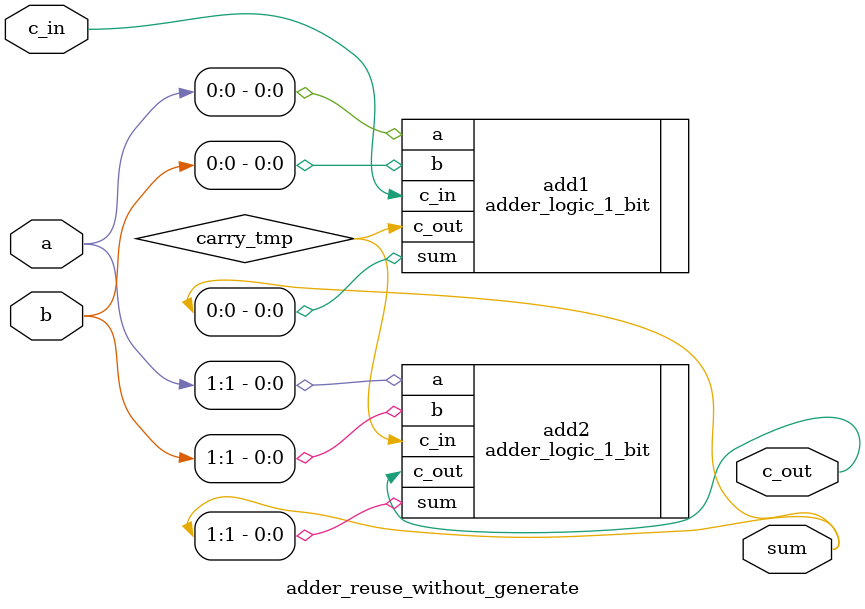
<source format=sv>
module adder_reuse_without_generate (
  input logic [1:0] a,
  input logic [1:0] b,
  input logic c_in,
  output logic c_out,
  output logic [1:0] sum
);
  logic carry_tmp;
  adder_logic_1_bit add1(
    .a(a[0]),
    .b(b[0]),
    .c_in(c_in),
    .c_out(carry_tmp),
    .sum(sum[0])
  );

  adder_logic_1_bit add2(
    .a(a[1]),
    .b(b[1]),
    .c_in(carry_tmp),
    .c_out(c_out),
    .sum(sum[1])
  );

endmodule

</source>
